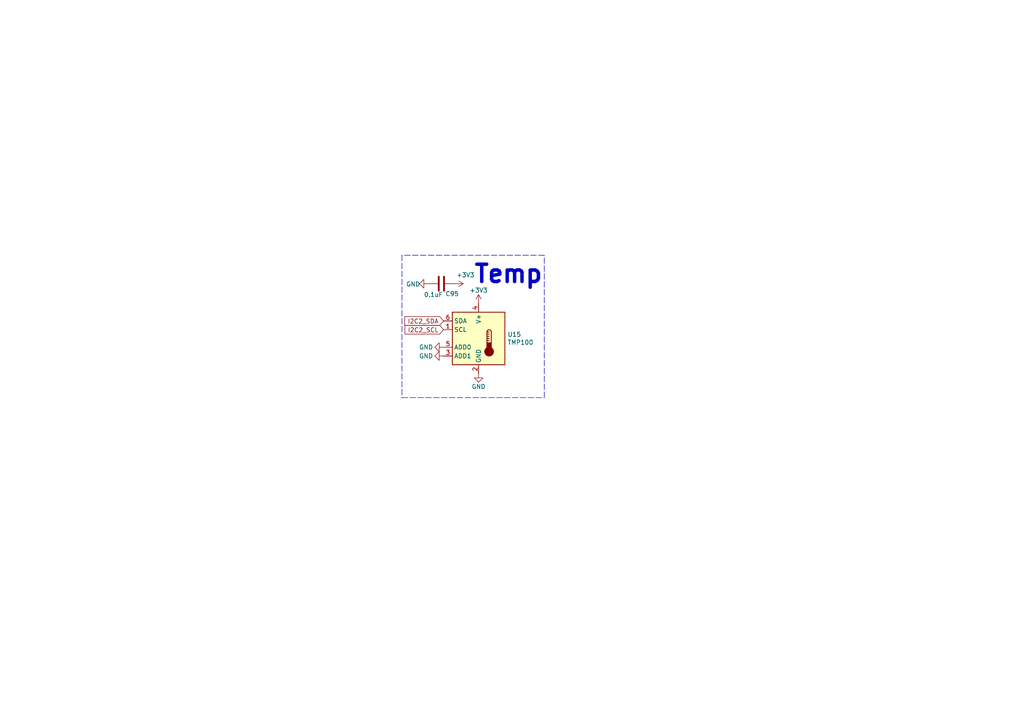
<source format=kicad_sch>
(kicad_sch (version 20211123) (generator eeschema)
  (paper "A4")
  (lib_symbols
    (symbol "Device:C" (pin_numbers hide) (pin_names (offset 0.254))
      (property "Reference" "C" (at 0.635 2.54 0))
      (property "Value" "C" (at 0.635 -2.54 0))
      (symbol "C_0_1"
        (polyline (pts (xy -2.032 -0.762) (xy 2.032 -0.762)) (stroke (width 0.508)))
        (polyline (pts (xy -2.032 0.762) (xy 2.032 0.762)) (stroke (width 0.508)))
      )
      (symbol "C_1_1"
        (pin passive line (at 0 3.81 270) (length 2.794) (name "~") (number "1"))
        (pin passive line (at 0 -3.81 90) (length 2.794) (name "~") (number "2"))
      )
    )
    (symbol "Sensor_Temperature:TMP100"
      (property "Reference" "U" (at 10.16 6.35 0))
      (property "Value" "TMP100" (at 12.7 3.81 0))
      (symbol "TMP100_0_1"
        (rectangle (start -7.62 7.62) (end 7.62 -7.62) (stroke (width 0.254)) (fill (type background)))
      )
      (symbol "TMP100_1_1"
        (polyline (pts (xy 2.413 -0.635) (xy 3.048 -0.635)) (stroke (width 0.254)))
        (polyline (pts (xy 2.413 0) (xy 3.048 0)) (stroke (width 0.254)))
        (polyline (pts (xy 2.413 0.635) (xy 3.048 0.635)) (stroke (width 0.254)))
        (polyline (pts (xy 2.413 1.27) (xy 3.048 1.27)) (stroke (width 0.254)))
        (polyline (pts (xy 2.413 1.905) (xy 2.413 -1.27)) (stroke (width 0.254)))
        (polyline (pts (xy 2.413 1.905) (xy 3.048 1.905)) (stroke (width 0.254)))
        (polyline (pts (xy 3.683 1.905) (xy 3.683 -1.27)) (stroke (width 0.254)))
        (circle (center 3.048 -3.81) (radius 1.27) (stroke (width 0.254)) (fill (type outline)))
        (rectangle (start 3.683 -3.175) (end 2.413 -1.27) (stroke (width 0.254)) (fill (type outline)))
        (arc (start 3.683 1.905) (mid 3.048 2.54) (end 2.413 1.905) (stroke (width 0.254)))
        (pin input line (at -10.16 2.54 0) (length 2.54) (name "SCL") (number "1"))
        (pin power_in line (at 0 -10.16 90) (length 2.54) (name "GND") (number "2"))
        (pin input line (at -10.16 -5.08 0) (length 2.54) (name "ADD1") (number "3"))
        (pin power_in line (at 0 10.16 270) (length 2.54) (name "V+") (number "4"))
        (pin input line (at -10.16 -2.54 0) (length 2.54) (name "ADD0") (number "5"))
        (pin bidirectional line (at -10.16 5.08 0) (length 2.54) (name "SDA") (number "6"))
      )
    )
    (symbol "power:+3.3V" (power) (pin_names (offset 0))
      (property "Value" "+3.3V" (at 0 3.556 0))
      (symbol "+3.3V_0_1"
        (polyline (pts (xy -0.762 1.27) (xy 0 2.54)))
        (polyline (pts (xy 0 0) (xy 0 2.54)))
        (polyline (pts (xy 0 2.54) (xy 0.762 1.27)))
      )
      (symbol "+3.3V_1_1"
        (pin power_in line (at 0 0 90) (length 0) hide (name "+3V3") (number "1"))
      )
    )
    (symbol "power:GND" (power) (pin_names (offset 0))
      (property "Value" "GND" (at 0 -3.81 0))
      (symbol "GND_0_1"
        (polyline (pts (xy 0 0) (xy 0 -1.27) (xy 1.27 -1.27) (xy 0 -2.54) (xy -1.27 -1.27) (xy 0 -1.27)))
      )
      (symbol "GND_1_1"
        (pin power_in line (at 0 0 270) (length 0) hide (name "GND") (number "1"))
      )
    )
  )
  (polyline (pts (xy 116.586 74.041) (xy 116.586 115.316)))
  (polyline (pts (xy 116.586 115.316) (xy 157.861 115.316)))
  (polyline (pts (xy 157.861 115.316) (xy 157.861 74.041)))
  (polyline (pts (xy 157.861 74.041) (xy 116.586 74.041)))
  (text "Temp" (at 137.16 82.55 0) (effects (font (size 5.0038 5.0038) (thickness 1.0008) bold) (justify left bottom)))
  (global_label "I2C2_SCL" (shape input) (at 128.651 95.631 180) (property "Intersheet References" "${INTERSHEET_REFS}" (effects hide)))
  (global_label "I2C2_SDA" (shape input) (at 128.651 93.091 180) (property "Intersheet References" "${INTERSHEET_REFS}" (effects hide)))
  (symbol (lib_id "power:GND") (at 128.651 103.251 270) (unit 1)
    (property "Reference" "#PWR0364" (effects hide))
    (property "Value" "GND" (at 123.571 103.251 90))
  )
  (symbol (lib_id "power:+3.3V") (at 138.811 88.011 0) (unit 1)
    (property "Reference" "#PWR0369" (effects hide))
    (property "Value" "+3.3V" (at 138.811 84.201 0))
  )
  (symbol (lib_id "power:GND") (at 128.651 100.711 270) (unit 1)
    (property "Reference" "#PWR0365" (effects hide))
    (property "Value" "GND" (at 123.571 100.711 90))
  )
  (symbol (lib_id "power:GND") (at 124.206 82.296 270) (unit 1)
    (property "Reference" "#PWR0367" (effects hide))
    (property "Value" "GND" (at 119.8118 82.423 90))
  )
  (symbol (lib_id "power:+3.3V") (at 131.826 82.296 270) (unit 1)
    (property "Reference" "#PWR0368" (effects hide))
    (property "Value" "+3.3V" (at 135.001 79.756 90))
  )
  (symbol (lib_id "power:GND") (at 138.811 108.331 0) (unit 1)
    (property "Reference" "#PWR0366" (effects hide))
    (property "Value" "GND" (at 138.811 112.141 0))
  )
  (symbol (lib_id "Device:C") (at 128.016 82.296 270) (unit 1)
    (property "Reference" "C95" (at 129.1844 85.217 90) (effects (justify left)))
    (property "Value" "0.1uF" (at 122.936 85.471 90) (effects (justify left)))
    (property "Footprint" "Capacitor_SMD:C_0603_1608Metric" (effects hide))
  )
  (symbol (lib_id "Sensor_Temperature:TMP100") (at 138.811 98.171 0) (unit 1)
    (property "Reference" "U15" (at 147.193 97.0026 0) (effects (justify left)))
    (property "Value" "TMP100" (at 147.193 99.314 0) (effects (justify left)))
    (property "Footprint" "Package_TO_SOT_SMD:SOT-23-6" (effects hide))
    (property "Datasheet" "http://www.ti.com/lit/gpn/tmp100" (effects hide))
  )
)
</source>
